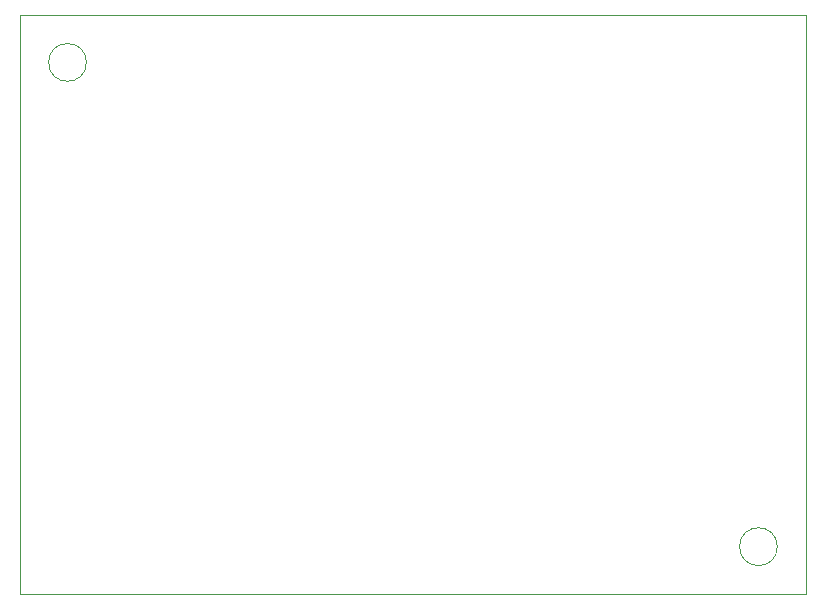
<source format=gbr>
%TF.GenerationSoftware,KiCad,Pcbnew,(6.0.10)*%
%TF.CreationDate,2023-01-20T12:03:37+09:00*%
%TF.ProjectId,KCS_UART_THT,4b43535f-5541-4525-945f-5448542e6b69,rev?*%
%TF.SameCoordinates,Original*%
%TF.FileFunction,Profile,NP*%
%FSLAX46Y46*%
G04 Gerber Fmt 4.6, Leading zero omitted, Abs format (unit mm)*
G04 Created by KiCad (PCBNEW (6.0.10)) date 2023-01-20 12:03:37*
%MOMM*%
%LPD*%
G01*
G04 APERTURE LIST*
%TA.AperFunction,Profile*%
%ADD10C,0.100000*%
%TD*%
G04 APERTURE END LIST*
D10*
X92850000Y-120500000D02*
G75*
G03*
X92850000Y-120500000I-1600000J0D01*
G01*
X34350000Y-79500000D02*
G75*
G03*
X34350000Y-79500000I-1600000J0D01*
G01*
X95250000Y-75500000D02*
X28750000Y-75500000D01*
X28750000Y-75500000D02*
X28750000Y-124500000D01*
X28750000Y-124500000D02*
X95250000Y-124500000D01*
X95250000Y-124500000D02*
X95250000Y-75500000D01*
M02*

</source>
